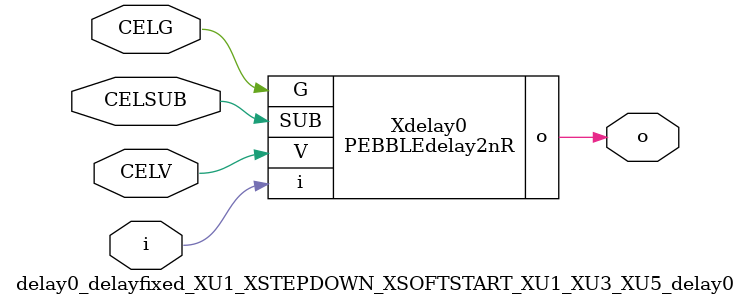
<source format=v>



module PEBBLEdelay2nR ( o, V, G, i, SUB );

  input V;
  input i;
  input G;
  output o;
  input SUB;
endmodule

//Celera Confidential Do Not Copy delay0_delayfixed_XU1_XSTEPDOWN_XSOFTSTART_XU1_XU3_XU5_delay0
//TYPE: fixed 2ns
module delay0_delayfixed_XU1_XSTEPDOWN_XSOFTSTART_XU1_XU3_XU5_delay0 (i, CELV, o,
CELG,CELSUB);
input CELV;
input i;
output o;
input CELSUB;
input CELG;

//Celera Confidential Do Not Copy delayfast0
PEBBLEdelay2nR Xdelay0(
.V (CELV),
.i (i),
.o (o),
.G (CELG),
.SUB (CELSUB)
);
//,diesize,PEBBLEdelay2nR

//Celera Confidential Do Not Copy Module End
//Celera Schematic Generator
endmodule

</source>
